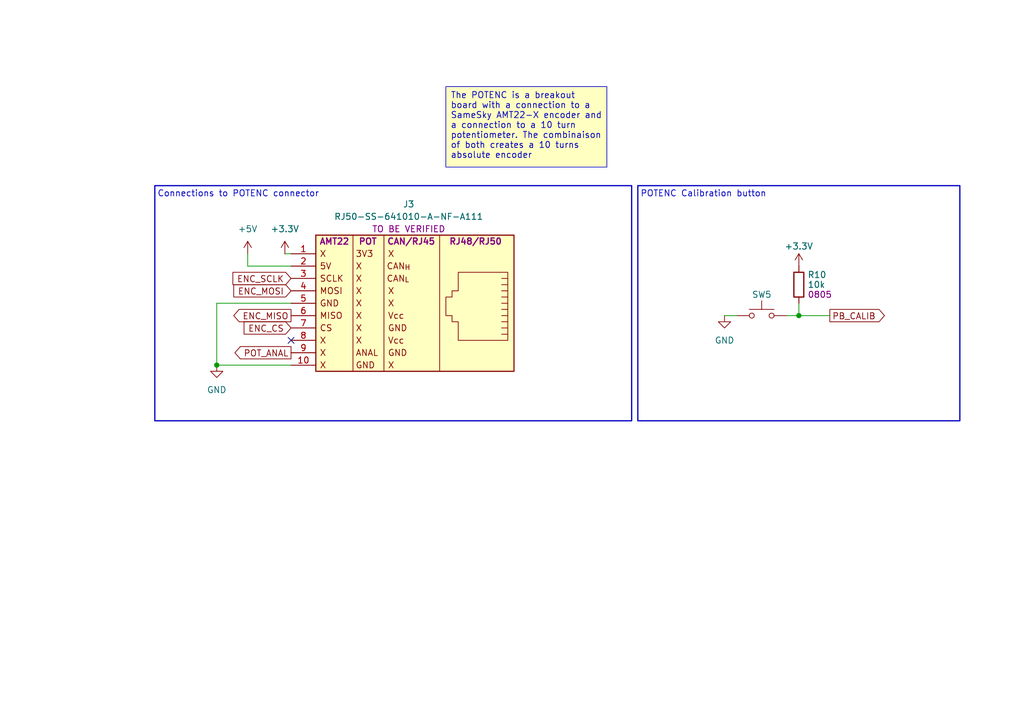
<source format=kicad_sch>
(kicad_sch (version 20231120) (generator "eeschema") (generator_version "8.0")
  (paper "A5")
  (title_block (title "ARM-JL Driver") (date "2025-02-03") (rev "REV0") (company "RobotiqueUdeS") (comment 1 "Made by Philippe Michaud"))
  (lib_symbols
    (symbol "RoverLibrary:RJ50-SS-641010-A-NF-A111" (pin_names (offset 1.016))
      (property "Reference" "J" (at 0 9.144 0))
      (property "Value" "RJ50-SS-641010-A-NF-A111" (at 0 6.858 0))
      (property "STATUS" "TO BE VERIFIED" (at 0.254 11.43 0))
      (symbol "RJ50-SS-641010-A-NF-A111_0_1"
        (polyline (pts (xy -11.43 3.81) (xy -11.43 -24.13)))
        (polyline (pts (xy -5.08 3.81) (xy -5.08 -24.13)))
        (polyline (pts (xy 6.35 3.81) (xy 6.35 -24.13)))
        (polyline (pts (xy 19.05 -6.35) (xy 20.32 -6.35)))
        (polyline (pts (xy 19.05 -5.08) (xy 20.32 -5.08)))
        (polyline (pts (xy 19.05 -7.62) (xy 20.32 -7.62) (xy 20.32 -7.62)))
        (polyline (pts (xy 20.32 -16.51) (xy 19.05 -16.51) (xy 19.05 -16.51)))
        (polyline (pts (xy 20.32 -15.24) (xy 19.05 -15.24) (xy 19.05 -15.24)))
        (polyline (pts (xy 20.32 -13.97) (xy 19.05 -13.97) (xy 19.05 -13.97)))
        (polyline (pts (xy 20.32 -12.7) (xy 19.05 -12.7) (xy 19.05 -12.7)))
        (polyline (pts (xy 20.32 -11.43) (xy 19.05 -11.43) (xy 19.05 -11.43)))
        (polyline (pts (xy 20.32 -10.16) (xy 19.05 -10.16) (xy 19.05 -10.16)))
        (polyline (pts (xy 20.32 -8.89) (xy 19.05 -8.89) (xy 19.05 -8.89)))
        (polyline (pts (xy 20.32 -17.78) (xy 20.32 -3.81) (xy 10.16 -3.81) (xy 10.16 -7.62) (xy 8.89 -7.62) (xy 8.89 -8.89) (xy 7.62 -8.89) (xy 7.62 -12.7) (xy 8.89 -12.7) (xy 8.89 -13.97) (xy 10.16 -13.97) (xy 10.16 -17.78) (xy 20.32 -17.78) (xy 20.32 -16.51)))
      )
      (symbol "RJ50-SS-641010-A-NF-A111_1_1"
        (rectangle (start -19.05 3.81) (end 21.59 -24.13) (stroke (width 0.254)) (fill (type background)))
        (text "3V3" (at -10.922 0 0) (effects (font (size 1.27 1.27)) (justify left)))
        (text "5V" (at -18.288 -2.54 0) (effects (font (size 1.27 1.27)) (justify left)))
        (text "AMT22" (at -15.24 2.54 0) (effects (font (size 1.27 1.27) (thickness 0.254) (bold yes))))
        (text "ANAL" (at -10.922 -20.32 0) (effects (font (size 1.27 1.27)) (justify left)))
        (text "CAN/RJ45" (at 0.508 2.54 0) (effects (font (size 1.27 1.27) (thickness 0.254) (bold yes))))
        (text "CAN_{H}" (at -4.572 -2.54 0) (effects (font (size 1.27 1.27)) (justify left)))
        (text "CAN_{L}" (at -4.572 -5.08 0) (effects (font (size 1.27 1.27)) (justify left)))
        (text "CS" (at -18.288 -15.24 0) (effects (font (size 1.27 1.27)) (justify left)))
        (text "GND" (at -18.288 -10.16 0) (effects (font (size 1.27 1.27)) (justify left)))
        (text "GND" (at -10.922 -22.86 0) (effects (font (size 1.27 1.27)) (justify left)))
        (text "GND" (at -4.318 -20.32 0) (effects (font (size 1.27 1.27)) (justify left)))
        (text "GND" (at -4.318 -15.24 0) (effects (font (size 1.27 1.27)) (justify left)))
        (text "MISO" (at -18.288 -12.7 0) (effects (font (size 1.27 1.27)) (justify left)))
        (text "MOSI" (at -18.288 -7.62 0) (effects (font (size 1.27 1.27)) (justify left)))
        (text "POT" (at -8.382 2.54 0) (effects (font (size 1.27 1.27) (thickness 0.254) (bold yes))))
        (text "RJ48/RJ50" (at 13.716 2.54 0) (effects (font (size 1.27 1.27) (thickness 0.254) (bold yes))))
        (text "SCLK" (at -18.288 -5.08 0) (effects (font (size 1.27 1.27)) (justify left)))
        (text "Vcc" (at -4.318 -17.78 0) (effects (font (size 1.27 1.27)) (justify left)))
        (text "Vcc" (at -4.318 -12.7 0) (effects (font (size 1.27 1.27)) (justify left)))
        (text "X" (at -18.288 -22.86 0) (effects (font (size 1.27 1.27)) (justify left)))
        (text "X" (at -18.288 -20.32 0) (effects (font (size 1.27 1.27)) (justify left)))
        (text "X" (at -18.288 -17.78 0) (effects (font (size 1.27 1.27)) (justify left)))
        (text "X" (at -18.288 0 0) (effects (font (size 1.27 1.27)) (justify left)))
        (text "X" (at -10.922 -17.78 0) (effects (font (size 1.27 1.27)) (justify left)))
        (text "X" (at -10.922 -15.24 0) (effects (font (size 1.27 1.27)) (justify left)))
        (text "X" (at -10.922 -12.7 0) (effects (font (size 1.27 1.27)) (justify left)))
        (text "X" (at -10.922 -10.16 0) (effects (font (size 1.27 1.27)) (justify left)))
        (text "X" (at -10.922 -7.62 0) (effects (font (size 1.27 1.27)) (justify left)))
        (text "X" (at -10.922 -5.08 0) (effects (font (size 1.27 1.27)) (justify left)))
        (text "X" (at -10.922 -2.54 0) (effects (font (size 1.27 1.27)) (justify left)))
        (text "X" (at -4.318 -22.86 0) (effects (font (size 1.27 1.27)) (justify left)))
        (text "X" (at -4.318 -10.16 0) (effects (font (size 1.27 1.27)) (justify left)))
        (text "X" (at -4.318 -7.62 0) (effects (font (size 1.27 1.27)) (justify left)))
        (text "X" (at -4.318 0 0) (effects (font (size 1.27 1.27)) (justify left)))
        (pin passive line (at -24.13 0 0) (length 5.08) (name "") (number "1"))
        (pin passive line (at -24.13 -22.86 0) (length 5.08) (name "") (number "10"))
        (pin passive line (at -24.13 -2.54 0) (length 5.08) (name "") (number "2"))
        (pin passive line (at -24.13 -5.08 0) (length 5.08) (name "") (number "3"))
        (pin passive line (at -24.13 -7.62 0) (length 5.08) (name "") (number "4"))
        (pin passive line (at -24.13 -10.16 0) (length 5.08) (name "") (number "5"))
        (pin passive line (at -24.13 -12.7 0) (length 5.08) (name "") (number "6"))
        (pin passive line (at -24.13 -15.24 0) (length 5.08) (name "") (number "7"))
        (pin passive line (at -24.13 -17.78 0) (length 5.08) (name "") (number "8"))
        (pin passive line (at -24.13 -20.32 0) (length 5.08) (name "") (number "9"))
      )
    )
    (symbol "RoverLibrary:R_0805" (pin_numbers hide) (pin_names (offset 0))
      (property "Reference" "R" (at 2.032 0 90))
      (property "Value" "k" (at 0 0 90))
      (property "Package" "0805" (at -2.286 0 90))
      (symbol "R_0805_0_1"
        (rectangle (start -1.016 -2.54) (end 1.016 2.54) (stroke (width 0.254)))
      )
      (symbol "R_0805_1_1"
        (pin passive line (at 0 3.81 270) (length 1.27) (name "~") (number "1"))
        (pin passive line (at 0 -3.81 90) (length 1.27) (name "~") (number "2"))
      )
    )
    (symbol "RoverLibrary:SW-PTS815SJM250SMTRLFS" (pin_numbers hide) (pin_names (offset 1.016) hide)
      (property "Reference" "SW" (at 0 4.318 0))
      (symbol "SW-PTS815SJM250SMTRLFS_0_1"
        (circle (center -2.032 0) (radius 0.508))
        (polyline (pts (xy 0 1.27) (xy 0 3.048)))
        (polyline (pts (xy 2.54 1.27) (xy -2.54 1.27)))
        (circle (center 2.032 0) (radius 0.508))
      )
      (symbol "SW-PTS815SJM250SMTRLFS_1_1"
        (pin passive line (at -5.08 0 0) (length 2.54) (name "") (number "1"))
        (pin passive line (at -5.08 0 0) (length 2.54) hide (name "") (number "2"))
        (pin passive line (at 5.08 -2.54 180) (length 2.54) hide (name "NC") (number "3"))
        (pin passive line (at 5.08 0 180) (length 2.54) (name "") (number "4"))
      )
    )
    (symbol "power:+3.3V" (power) (pin_numbers hide) (pin_names (offset 0) hide)
      (property "Value" "+3.3V" (at 0 3.556 0))
      (symbol "+3.3V_0_1"
        (polyline (pts (xy -0.762 1.27) (xy 0 2.54)))
        (polyline (pts (xy 0 0) (xy 0 2.54)))
        (polyline (pts (xy 0 2.54) (xy 0.762 1.27)))
      )
      (symbol "+3.3V_1_1"
        (pin power_in line (at 0 0 90) (length 0) (name "~") (number "1"))
      )
    )
    (symbol "power:+5V" (power) (pin_numbers hide) (pin_names (offset 0) hide)
      (property "Value" "+5V" (at 0 3.556 0))
      (symbol "+5V_0_1"
        (polyline (pts (xy -0.762 1.27) (xy 0 2.54)))
        (polyline (pts (xy 0 0) (xy 0 2.54)))
        (polyline (pts (xy 0 2.54) (xy 0.762 1.27)))
      )
      (symbol "+5V_1_1"
        (pin power_in line (at 0 0 90) (length 0) (name "~") (number "1"))
      )
    )
    (symbol "power:GND" (power) (pin_numbers hide) (pin_names (offset 0) hide)
      (property "Value" "GND" (at 0 -3.81 0))
      (symbol "GND_0_1"
        (polyline (pts (xy 0 0) (xy 0 -1.27) (xy 1.27 -1.27) (xy 0 -2.54) (xy -1.27 -1.27) (xy 0 -1.27)))
      )
      (symbol "GND_1_1"
        (pin power_in line (at 0 0 270) (length 0) (name "~") (number "1"))
      )
    )
  )
  (junction (at 44.45 74.93))
  (junction (at 163.83 64.77))
  (no_connect (at 59.69 69.85))
  (wire (pts (xy 161.29 64.77) (xy 163.83 64.77)))
  (wire (pts (xy 44.45 74.93) (xy 59.69 74.93)))
  (wire (pts (xy 163.83 62.23) (xy 163.83 64.77)))
  (wire (pts (xy 50.8 54.61) (xy 59.69 54.61)))
  (wire (pts (xy 50.8 52.07) (xy 50.8 54.61)))
  (wire (pts (xy 58.42 52.07) (xy 59.69 52.07)))
  (wire (pts (xy 163.83 64.77) (xy 170.18 64.77)))
  (wire (pts (xy 59.69 62.23) (xy 44.45 62.23)))
  (wire (pts (xy 44.45 62.23) (xy 44.45 74.93)))
  (wire (pts (xy 148.59 64.77) (xy 151.13 64.77)))
  (rectangle (start 130.81 38.1) (end 196.85 86.36) (stroke (width 0.254)))
  (rectangle (start 31.75 38.1) (end 129.54 86.36) (stroke (width 0.254)))
  (text_box "The POTENC is a breakout board with a connection to a SameSky AMT22-X encoder and a connection to a 10 turn potentiometer. The combinaison of both creates a 10 turns absolute encoder" (at 91.44 17.78 0) (size 33.02 16.51) (fill (type color) (color 255 255 194 1)) (effects (font (size 1.27 1.27)) (justify left top)))
  (text "Connections to POTENC connector" (at 32.258 39.878 0) (effects (font (size 1.27 1.27)) (justify left)))
  (text "POTENC Calibration button" (at 131.318 39.878 0) (effects (font (size 1.27 1.27)) (justify left)))
  (global_label "ENC_MOSI" (shape input) (at 59.69 59.69 180) (property "Intersheetrefs" "${INTERSHEET_REFS}" (effects (hide yes))))
  (global_label "ENC_CS" (shape input) (at 59.69 67.31 180) (property "Intersheetrefs" "${INTERSHEET_REFS}" (effects (hide yes))))
  (global_label "PB_CALIB" (shape output) (at 170.18 64.77 0) (property "Intersheetrefs" "${INTERSHEET_REFS}" (effects (hide yes))))
  (global_label "ENC_SCLK" (shape input) (at 59.69 57.15 180) (property "Intersheetrefs" "${INTERSHEET_REFS}" (effects (hide yes))))
  (global_label "POT_ANAL" (shape output) (at 59.69 72.39 180) (property "Intersheetrefs" "${INTERSHEET_REFS}" (effects (hide yes))))
  (global_label "ENC_MISO" (shape output) (at 59.69 64.77 180) (property "Intersheetrefs" "${INTERSHEET_REFS}" (effects (hide yes))))
  (symbol (lib_id "RoverLibrary:R_0805") (at 163.83 58.42 180) (unit 1)
    (property "Reference" "R10" (at 165.608 56.388 0) (effects (justify right)))
    (property "Value" "10k" (at 165.608 58.42 0) (effects (justify right)))
    (property "Footprint" "Resistor_SMD:R_0805_2012Metric_Pad1.20x1.40mm_HandSolder" (effects (hide yes)))
    (property "Description" "Resistor" (effects (hide yes)))
    (property "Package" "0805" (at 165.608 60.452 0) (effects (justify right)))
  )
  (symbol (lib_id "RoverLibrary:RJ50-SS-641010-A-NF-A111") (at 83.82 52.07 0) (unit 1)
    (property "Reference" "J3" (at 83.82 41.91 0))
    (property "Value" "RJ50-SS-641010-A-NF-A111" (at 83.82 44.45 0))
    (property "Footprint" "RoverFootprint:RJ50-SS-641010-A-NF-A111" (effects (hide yes)))
    (property "Description" "RJ connector, 10P10C (10 positions 10 connected), RJ48/RJ50" (effects (hide yes)))
    (property "STATUS" "TO BE VERIFIED" (at 83.82 46.99 0))
  )
  (symbol (lib_id "RoverLibrary:SW-PTS815SJM250SMTRLFS") (at 156.21 64.77 0) (unit 1)
    (property "Reference" "SW5" (at 154.178 60.452 0) (effects (justify left)))
    (property "Value" "SW-PTS815SJM250SMTRLFS" (effects (hide yes)))
    (property "Datasheet" "https://www.ckswitches.com/media/2728/pts815.pdf" (effects (hide yes)))
    (property "Description" "Push button switch" (effects (hide yes)))
  )
  (symbol (lib_id "power:+5V") (at 50.8 52.07 0) (unit 1)
    (property "Reference" "#PWR031" (effects (hide yes)))
    (property "Value" "+5V" (at 50.8 46.99 0))
    (property "Description" "Power symbol creates a global label with name \"+5V\"" (effects (hide yes)))
  )
  (symbol (lib_id "power:+3.3V") (at 163.83 54.61 0) (unit 1)
    (property "Reference" "#PWR045" (effects (hide yes)))
    (property "Value" "+3.3V" (at 163.83 50.546 0))
    (property "Description" "Power symbol creates a global label with name \"+3.3V\"" (effects (hide yes)))
  )
  (symbol (lib_id "power:GND") (at 44.45 74.93 0) (unit 1)
    (property "Reference" "#PWR033" (effects (hide yes)))
    (property "Value" "GND" (at 44.45 80.01 0))
    (property "Description" "Power symbol creates a global label with name \"GND\" , ground" (effects (hide yes)))
  )
  (symbol (lib_id "power:GND") (at 148.59 64.77 0) (unit 1)
    (property "Reference" "#PWR044" (effects (hide yes)))
    (property "Value" "GND" (at 148.59 69.85 0))
    (property "Description" "Power symbol creates a global label with name \"GND\" , ground" (effects (hide yes)))
  )
  (symbol (lib_id "power:+3.3V") (at 58.42 52.07 0) (unit 1)
    (property "Reference" "#PWR030" (effects (hide yes)))
    (property "Value" "+3.3V" (at 58.42 46.99 0))
    (property "Description" "Power symbol creates a global label with name \"+3.3V\"" (effects (hide yes)))
  )
)
</source>
